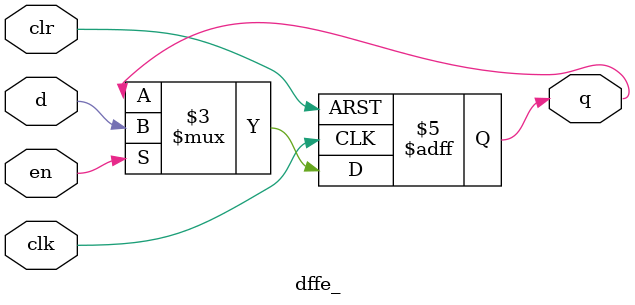
<source format=v>
module dffe_(q, d, clk, en, clr);
   
   //Inputs
   input d, clk, en, clr;
   
   //Internal wire
   wire clr;

   //Output
   output q;
   
   //Register
   reg q;

   //Intialize q to 0
   initial
   begin
       q = 1'b0;
   end

   //Set value of q on positive edge of the clock or clear
   always @(posedge clk or posedge clr) begin
       //If clear is high, set q to 0
       if (clr) begin
           q <= 1'b0;
       //If enable is high, set q to the value of d
       end 
		 else if (en) begin
           q <= d;
       end
   end
endmodule

</source>
